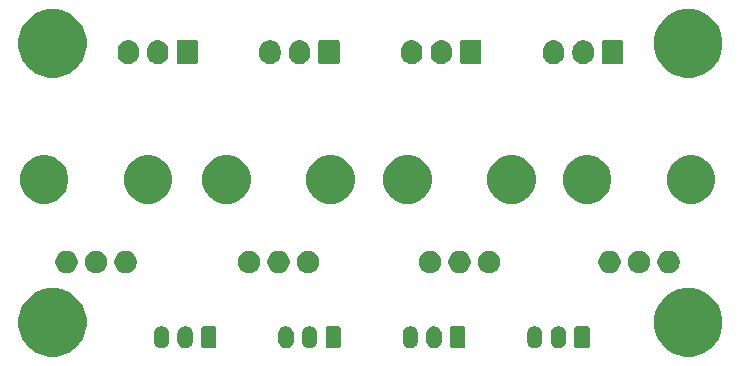
<source format=gbr>
G04 #@! TF.GenerationSoftware,KiCad,Pcbnew,(5.0.1)-rc2*
G04 #@! TF.CreationDate,2019-01-13T21:26:45-05:00*
G04 #@! TF.ProjectId,pot_board,706F745F626F6172642E6B696361645F,rev?*
G04 #@! TF.SameCoordinates,Original*
G04 #@! TF.FileFunction,Soldermask,Top*
G04 #@! TF.FilePolarity,Negative*
%FSLAX46Y46*%
G04 Gerber Fmt 4.6, Leading zero omitted, Abs format (unit mm)*
G04 Created by KiCad (PCBNEW (5.0.1)-rc2) date 1/13/2019 9:26:45 PM*
%MOMM*%
%LPD*%
G01*
G04 APERTURE LIST*
%ADD10C,0.100000*%
G04 APERTURE END LIST*
D10*
G36*
X147099390Y-61497883D02*
X147627338Y-61716566D01*
X148102483Y-62034048D01*
X148506552Y-62438117D01*
X148824034Y-62913262D01*
X149042717Y-63441210D01*
X149154200Y-64001675D01*
X149154200Y-64573125D01*
X149042717Y-65133590D01*
X148824034Y-65661538D01*
X148506552Y-66136683D01*
X148102483Y-66540752D01*
X147627338Y-66858234D01*
X147099390Y-67076917D01*
X146538925Y-67188400D01*
X145967475Y-67188400D01*
X145407010Y-67076917D01*
X144879062Y-66858234D01*
X144403917Y-66540752D01*
X143999848Y-66136683D01*
X143682366Y-65661538D01*
X143463683Y-65133590D01*
X143352200Y-64573125D01*
X143352200Y-64001675D01*
X143463683Y-63441210D01*
X143682366Y-62913262D01*
X143999848Y-62438117D01*
X144403917Y-62034048D01*
X144879062Y-61716566D01*
X145407010Y-61497883D01*
X145967475Y-61386400D01*
X146538925Y-61386400D01*
X147099390Y-61497883D01*
X147099390Y-61497883D01*
G37*
G36*
X93276790Y-61497883D02*
X93804738Y-61716566D01*
X94279883Y-62034048D01*
X94683952Y-62438117D01*
X95001434Y-62913262D01*
X95220117Y-63441210D01*
X95331600Y-64001675D01*
X95331600Y-64573125D01*
X95220117Y-65133590D01*
X95001434Y-65661538D01*
X94683952Y-66136683D01*
X94279883Y-66540752D01*
X93804738Y-66858234D01*
X93276790Y-67076917D01*
X92716325Y-67188400D01*
X92144875Y-67188400D01*
X91584410Y-67076917D01*
X91056462Y-66858234D01*
X90581317Y-66540752D01*
X90177248Y-66136683D01*
X89859766Y-65661538D01*
X89641083Y-65133590D01*
X89529600Y-64573125D01*
X89529600Y-64001675D01*
X89641083Y-63441210D01*
X89859766Y-62913262D01*
X90177248Y-62438117D01*
X90581317Y-62034048D01*
X91056462Y-61716566D01*
X91584410Y-61497883D01*
X92144875Y-61386400D01*
X92716325Y-61386400D01*
X93276790Y-61497883D01*
X93276790Y-61497883D01*
G37*
G36*
X101791618Y-64615420D02*
X101873427Y-64640237D01*
X101914333Y-64652645D01*
X101992600Y-64694480D01*
X102027426Y-64713095D01*
X102126553Y-64794447D01*
X102207905Y-64893574D01*
X102207906Y-64893576D01*
X102268355Y-65006667D01*
X102268355Y-65006668D01*
X102305580Y-65129382D01*
X102315000Y-65225027D01*
X102315000Y-65838973D01*
X102305580Y-65934618D01*
X102280763Y-66016427D01*
X102268355Y-66057333D01*
X102225943Y-66136680D01*
X102207905Y-66170426D01*
X102126553Y-66269553D01*
X102126551Y-66269555D01*
X102091595Y-66298242D01*
X102027425Y-66350905D01*
X101975699Y-66378553D01*
X101914332Y-66411355D01*
X101873426Y-66423763D01*
X101791617Y-66448580D01*
X101664000Y-66461149D01*
X101536382Y-66448580D01*
X101454573Y-66423763D01*
X101413667Y-66411355D01*
X101300576Y-66350906D01*
X101300574Y-66350905D01*
X101201447Y-66269553D01*
X101120095Y-66170425D01*
X101059646Y-66057333D01*
X101059645Y-66057332D01*
X101047237Y-66016426D01*
X101022420Y-65934617D01*
X101013000Y-65838972D01*
X101013000Y-65225027D01*
X101022420Y-65129382D01*
X101059645Y-65006668D01*
X101059645Y-65006667D01*
X101079795Y-64968970D01*
X101120095Y-64893574D01*
X101201448Y-64794447D01*
X101300575Y-64713095D01*
X101335401Y-64694480D01*
X101413668Y-64652645D01*
X101454574Y-64640237D01*
X101536383Y-64615420D01*
X101664000Y-64602851D01*
X101791618Y-64615420D01*
X101791618Y-64615420D01*
G37*
G36*
X133389218Y-64615420D02*
X133471027Y-64640237D01*
X133511933Y-64652645D01*
X133590200Y-64694480D01*
X133625026Y-64713095D01*
X133724153Y-64794447D01*
X133805505Y-64893574D01*
X133805506Y-64893576D01*
X133865955Y-65006667D01*
X133865955Y-65006668D01*
X133903180Y-65129382D01*
X133912600Y-65225027D01*
X133912600Y-65838973D01*
X133903180Y-65934618D01*
X133878363Y-66016427D01*
X133865955Y-66057333D01*
X133823543Y-66136680D01*
X133805505Y-66170426D01*
X133724153Y-66269553D01*
X133724151Y-66269555D01*
X133689195Y-66298242D01*
X133625025Y-66350905D01*
X133573299Y-66378553D01*
X133511932Y-66411355D01*
X133471026Y-66423763D01*
X133389217Y-66448580D01*
X133261600Y-66461149D01*
X133133982Y-66448580D01*
X133052173Y-66423763D01*
X133011267Y-66411355D01*
X132898176Y-66350906D01*
X132898174Y-66350905D01*
X132799047Y-66269553D01*
X132717695Y-66170425D01*
X132657246Y-66057333D01*
X132657245Y-66057332D01*
X132644837Y-66016426D01*
X132620020Y-65934617D01*
X132610600Y-65838972D01*
X132610600Y-65225027D01*
X132620020Y-65129382D01*
X132657245Y-65006668D01*
X132657245Y-65006667D01*
X132677395Y-64968970D01*
X132717695Y-64893574D01*
X132799048Y-64794447D01*
X132898175Y-64713095D01*
X132933001Y-64694480D01*
X133011268Y-64652645D01*
X133052174Y-64640237D01*
X133133983Y-64615420D01*
X133261600Y-64602851D01*
X133389218Y-64615420D01*
X133389218Y-64615420D01*
G37*
G36*
X135389218Y-64615420D02*
X135471027Y-64640237D01*
X135511933Y-64652645D01*
X135590200Y-64694480D01*
X135625026Y-64713095D01*
X135724153Y-64794447D01*
X135805505Y-64893574D01*
X135805506Y-64893576D01*
X135865955Y-65006667D01*
X135865955Y-65006668D01*
X135903180Y-65129382D01*
X135912600Y-65225027D01*
X135912600Y-65838973D01*
X135903180Y-65934618D01*
X135878363Y-66016427D01*
X135865955Y-66057333D01*
X135823543Y-66136680D01*
X135805505Y-66170426D01*
X135724153Y-66269553D01*
X135724151Y-66269555D01*
X135689195Y-66298242D01*
X135625025Y-66350905D01*
X135573299Y-66378553D01*
X135511932Y-66411355D01*
X135471026Y-66423763D01*
X135389217Y-66448580D01*
X135261600Y-66461149D01*
X135133982Y-66448580D01*
X135052173Y-66423763D01*
X135011267Y-66411355D01*
X134898176Y-66350906D01*
X134898174Y-66350905D01*
X134799047Y-66269553D01*
X134717695Y-66170425D01*
X134657246Y-66057333D01*
X134657245Y-66057332D01*
X134644837Y-66016426D01*
X134620020Y-65934617D01*
X134610600Y-65838972D01*
X134610600Y-65225027D01*
X134620020Y-65129382D01*
X134657245Y-65006668D01*
X134657245Y-65006667D01*
X134677395Y-64968970D01*
X134717695Y-64893574D01*
X134799048Y-64794447D01*
X134898175Y-64713095D01*
X134933001Y-64694480D01*
X135011268Y-64652645D01*
X135052174Y-64640237D01*
X135133983Y-64615420D01*
X135261600Y-64602851D01*
X135389218Y-64615420D01*
X135389218Y-64615420D01*
G37*
G36*
X124856684Y-64615420D02*
X124938493Y-64640237D01*
X124979399Y-64652645D01*
X125057666Y-64694480D01*
X125092492Y-64713095D01*
X125191619Y-64794447D01*
X125272971Y-64893574D01*
X125272972Y-64893576D01*
X125333421Y-65006667D01*
X125333421Y-65006668D01*
X125370646Y-65129382D01*
X125380066Y-65225027D01*
X125380066Y-65838973D01*
X125370646Y-65934618D01*
X125345829Y-66016427D01*
X125333421Y-66057333D01*
X125291009Y-66136680D01*
X125272971Y-66170426D01*
X125191619Y-66269553D01*
X125191617Y-66269555D01*
X125156661Y-66298242D01*
X125092491Y-66350905D01*
X125040765Y-66378553D01*
X124979398Y-66411355D01*
X124938492Y-66423763D01*
X124856683Y-66448580D01*
X124729066Y-66461149D01*
X124601448Y-66448580D01*
X124519639Y-66423763D01*
X124478733Y-66411355D01*
X124365642Y-66350906D01*
X124365640Y-66350905D01*
X124266513Y-66269553D01*
X124185161Y-66170425D01*
X124124712Y-66057333D01*
X124124711Y-66057332D01*
X124112303Y-66016426D01*
X124087486Y-65934617D01*
X124078066Y-65838972D01*
X124078066Y-65225027D01*
X124087486Y-65129382D01*
X124124711Y-65006668D01*
X124124711Y-65006667D01*
X124144861Y-64968970D01*
X124185161Y-64893574D01*
X124266514Y-64794447D01*
X124365641Y-64713095D01*
X124400467Y-64694480D01*
X124478734Y-64652645D01*
X124519640Y-64640237D01*
X124601449Y-64615420D01*
X124729066Y-64602851D01*
X124856684Y-64615420D01*
X124856684Y-64615420D01*
G37*
G36*
X122856684Y-64615420D02*
X122938493Y-64640237D01*
X122979399Y-64652645D01*
X123057666Y-64694480D01*
X123092492Y-64713095D01*
X123191619Y-64794447D01*
X123272971Y-64893574D01*
X123272972Y-64893576D01*
X123333421Y-65006667D01*
X123333421Y-65006668D01*
X123370646Y-65129382D01*
X123380066Y-65225027D01*
X123380066Y-65838973D01*
X123370646Y-65934618D01*
X123345829Y-66016427D01*
X123333421Y-66057333D01*
X123291009Y-66136680D01*
X123272971Y-66170426D01*
X123191619Y-66269553D01*
X123191617Y-66269555D01*
X123156661Y-66298242D01*
X123092491Y-66350905D01*
X123040765Y-66378553D01*
X122979398Y-66411355D01*
X122938492Y-66423763D01*
X122856683Y-66448580D01*
X122729066Y-66461149D01*
X122601448Y-66448580D01*
X122519639Y-66423763D01*
X122478733Y-66411355D01*
X122365642Y-66350906D01*
X122365640Y-66350905D01*
X122266513Y-66269553D01*
X122185161Y-66170425D01*
X122124712Y-66057333D01*
X122124711Y-66057332D01*
X122112303Y-66016426D01*
X122087486Y-65934617D01*
X122078066Y-65838972D01*
X122078066Y-65225027D01*
X122087486Y-65129382D01*
X122124711Y-65006668D01*
X122124711Y-65006667D01*
X122144861Y-64968970D01*
X122185161Y-64893574D01*
X122266514Y-64794447D01*
X122365641Y-64713095D01*
X122400467Y-64694480D01*
X122478734Y-64652645D01*
X122519640Y-64640237D01*
X122601449Y-64615420D01*
X122729066Y-64602851D01*
X122856684Y-64615420D01*
X122856684Y-64615420D01*
G37*
G36*
X112324151Y-64615420D02*
X112405960Y-64640237D01*
X112446866Y-64652645D01*
X112525133Y-64694480D01*
X112559959Y-64713095D01*
X112659086Y-64794447D01*
X112740438Y-64893574D01*
X112740439Y-64893576D01*
X112800888Y-65006667D01*
X112800888Y-65006668D01*
X112838113Y-65129382D01*
X112847533Y-65225027D01*
X112847533Y-65838973D01*
X112838113Y-65934618D01*
X112813296Y-66016427D01*
X112800888Y-66057333D01*
X112758476Y-66136680D01*
X112740438Y-66170426D01*
X112659086Y-66269553D01*
X112659084Y-66269555D01*
X112624128Y-66298242D01*
X112559958Y-66350905D01*
X112508232Y-66378553D01*
X112446865Y-66411355D01*
X112405959Y-66423763D01*
X112324150Y-66448580D01*
X112196533Y-66461149D01*
X112068915Y-66448580D01*
X111987106Y-66423763D01*
X111946200Y-66411355D01*
X111833109Y-66350906D01*
X111833107Y-66350905D01*
X111733980Y-66269553D01*
X111652628Y-66170425D01*
X111592179Y-66057333D01*
X111592178Y-66057332D01*
X111579770Y-66016426D01*
X111554953Y-65934617D01*
X111545533Y-65838972D01*
X111545533Y-65225027D01*
X111554953Y-65129382D01*
X111592178Y-65006668D01*
X111592178Y-65006667D01*
X111612328Y-64968970D01*
X111652628Y-64893574D01*
X111733981Y-64794447D01*
X111833108Y-64713095D01*
X111867934Y-64694480D01*
X111946201Y-64652645D01*
X111987107Y-64640237D01*
X112068916Y-64615420D01*
X112196533Y-64602851D01*
X112324151Y-64615420D01*
X112324151Y-64615420D01*
G37*
G36*
X114324151Y-64615420D02*
X114405960Y-64640237D01*
X114446866Y-64652645D01*
X114525133Y-64694480D01*
X114559959Y-64713095D01*
X114659086Y-64794447D01*
X114740438Y-64893574D01*
X114740439Y-64893576D01*
X114800888Y-65006667D01*
X114800888Y-65006668D01*
X114838113Y-65129382D01*
X114847533Y-65225027D01*
X114847533Y-65838973D01*
X114838113Y-65934618D01*
X114813296Y-66016427D01*
X114800888Y-66057333D01*
X114758476Y-66136680D01*
X114740438Y-66170426D01*
X114659086Y-66269553D01*
X114659084Y-66269555D01*
X114624128Y-66298242D01*
X114559958Y-66350905D01*
X114508232Y-66378553D01*
X114446865Y-66411355D01*
X114405959Y-66423763D01*
X114324150Y-66448580D01*
X114196533Y-66461149D01*
X114068915Y-66448580D01*
X113987106Y-66423763D01*
X113946200Y-66411355D01*
X113833109Y-66350906D01*
X113833107Y-66350905D01*
X113733980Y-66269553D01*
X113652628Y-66170425D01*
X113592179Y-66057333D01*
X113592178Y-66057332D01*
X113579770Y-66016426D01*
X113554953Y-65934617D01*
X113545533Y-65838972D01*
X113545533Y-65225027D01*
X113554953Y-65129382D01*
X113592178Y-65006668D01*
X113592178Y-65006667D01*
X113612328Y-64968970D01*
X113652628Y-64893574D01*
X113733981Y-64794447D01*
X113833108Y-64713095D01*
X113867934Y-64694480D01*
X113946201Y-64652645D01*
X113987107Y-64640237D01*
X114068916Y-64615420D01*
X114196533Y-64602851D01*
X114324151Y-64615420D01*
X114324151Y-64615420D01*
G37*
G36*
X103791618Y-64615420D02*
X103873427Y-64640237D01*
X103914333Y-64652645D01*
X103992600Y-64694480D01*
X104027426Y-64713095D01*
X104126553Y-64794447D01*
X104207905Y-64893574D01*
X104207906Y-64893576D01*
X104268355Y-65006667D01*
X104268355Y-65006668D01*
X104305580Y-65129382D01*
X104315000Y-65225027D01*
X104315000Y-65838973D01*
X104305580Y-65934618D01*
X104280763Y-66016427D01*
X104268355Y-66057333D01*
X104225943Y-66136680D01*
X104207905Y-66170426D01*
X104126553Y-66269553D01*
X104126551Y-66269555D01*
X104091595Y-66298242D01*
X104027425Y-66350905D01*
X103975699Y-66378553D01*
X103914332Y-66411355D01*
X103873426Y-66423763D01*
X103791617Y-66448580D01*
X103664000Y-66461149D01*
X103536382Y-66448580D01*
X103454573Y-66423763D01*
X103413667Y-66411355D01*
X103300576Y-66350906D01*
X103300574Y-66350905D01*
X103201447Y-66269553D01*
X103120095Y-66170425D01*
X103059646Y-66057333D01*
X103059645Y-66057332D01*
X103047237Y-66016426D01*
X103022420Y-65934617D01*
X103013000Y-65838972D01*
X103013000Y-65225027D01*
X103022420Y-65129382D01*
X103059645Y-65006668D01*
X103059645Y-65006667D01*
X103079795Y-64968970D01*
X103120095Y-64893574D01*
X103201448Y-64794447D01*
X103300575Y-64713095D01*
X103335401Y-64694480D01*
X103413668Y-64652645D01*
X103454574Y-64640237D01*
X103536383Y-64615420D01*
X103664000Y-64602851D01*
X103791618Y-64615420D01*
X103791618Y-64615420D01*
G37*
G36*
X106155242Y-64610404D02*
X106192339Y-64621657D01*
X106226520Y-64639927D01*
X106256482Y-64664518D01*
X106281073Y-64694480D01*
X106299343Y-64728661D01*
X106310596Y-64765758D01*
X106315000Y-64810473D01*
X106315000Y-66253527D01*
X106310596Y-66298242D01*
X106299343Y-66335339D01*
X106281073Y-66369520D01*
X106256482Y-66399482D01*
X106226520Y-66424073D01*
X106192339Y-66442343D01*
X106155242Y-66453596D01*
X106110527Y-66458000D01*
X105217473Y-66458000D01*
X105172758Y-66453596D01*
X105135661Y-66442343D01*
X105101480Y-66424073D01*
X105071518Y-66399482D01*
X105046927Y-66369520D01*
X105028657Y-66335339D01*
X105017404Y-66298242D01*
X105013000Y-66253527D01*
X105013000Y-64810473D01*
X105017404Y-64765758D01*
X105028657Y-64728661D01*
X105046927Y-64694480D01*
X105071518Y-64664518D01*
X105101480Y-64639927D01*
X105135661Y-64621657D01*
X105172758Y-64610404D01*
X105217473Y-64606000D01*
X106110527Y-64606000D01*
X106155242Y-64610404D01*
X106155242Y-64610404D01*
G37*
G36*
X137752842Y-64610404D02*
X137789939Y-64621657D01*
X137824120Y-64639927D01*
X137854082Y-64664518D01*
X137878673Y-64694480D01*
X137896943Y-64728661D01*
X137908196Y-64765758D01*
X137912600Y-64810473D01*
X137912600Y-66253527D01*
X137908196Y-66298242D01*
X137896943Y-66335339D01*
X137878673Y-66369520D01*
X137854082Y-66399482D01*
X137824120Y-66424073D01*
X137789939Y-66442343D01*
X137752842Y-66453596D01*
X137708127Y-66458000D01*
X136815073Y-66458000D01*
X136770358Y-66453596D01*
X136733261Y-66442343D01*
X136699080Y-66424073D01*
X136669118Y-66399482D01*
X136644527Y-66369520D01*
X136626257Y-66335339D01*
X136615004Y-66298242D01*
X136610600Y-66253527D01*
X136610600Y-64810473D01*
X136615004Y-64765758D01*
X136626257Y-64728661D01*
X136644527Y-64694480D01*
X136669118Y-64664518D01*
X136699080Y-64639927D01*
X136733261Y-64621657D01*
X136770358Y-64610404D01*
X136815073Y-64606000D01*
X137708127Y-64606000D01*
X137752842Y-64610404D01*
X137752842Y-64610404D01*
G37*
G36*
X127220308Y-64610404D02*
X127257405Y-64621657D01*
X127291586Y-64639927D01*
X127321548Y-64664518D01*
X127346139Y-64694480D01*
X127364409Y-64728661D01*
X127375662Y-64765758D01*
X127380066Y-64810473D01*
X127380066Y-66253527D01*
X127375662Y-66298242D01*
X127364409Y-66335339D01*
X127346139Y-66369520D01*
X127321548Y-66399482D01*
X127291586Y-66424073D01*
X127257405Y-66442343D01*
X127220308Y-66453596D01*
X127175593Y-66458000D01*
X126282539Y-66458000D01*
X126237824Y-66453596D01*
X126200727Y-66442343D01*
X126166546Y-66424073D01*
X126136584Y-66399482D01*
X126111993Y-66369520D01*
X126093723Y-66335339D01*
X126082470Y-66298242D01*
X126078066Y-66253527D01*
X126078066Y-64810473D01*
X126082470Y-64765758D01*
X126093723Y-64728661D01*
X126111993Y-64694480D01*
X126136584Y-64664518D01*
X126166546Y-64639927D01*
X126200727Y-64621657D01*
X126237824Y-64610404D01*
X126282539Y-64606000D01*
X127175593Y-64606000D01*
X127220308Y-64610404D01*
X127220308Y-64610404D01*
G37*
G36*
X116687775Y-64610404D02*
X116724872Y-64621657D01*
X116759053Y-64639927D01*
X116789015Y-64664518D01*
X116813606Y-64694480D01*
X116831876Y-64728661D01*
X116843129Y-64765758D01*
X116847533Y-64810473D01*
X116847533Y-66253527D01*
X116843129Y-66298242D01*
X116831876Y-66335339D01*
X116813606Y-66369520D01*
X116789015Y-66399482D01*
X116759053Y-66424073D01*
X116724872Y-66442343D01*
X116687775Y-66453596D01*
X116643060Y-66458000D01*
X115750006Y-66458000D01*
X115705291Y-66453596D01*
X115668194Y-66442343D01*
X115634013Y-66424073D01*
X115604051Y-66399482D01*
X115579460Y-66369520D01*
X115561190Y-66335339D01*
X115549937Y-66298242D01*
X115545533Y-66253527D01*
X115545533Y-64810473D01*
X115549937Y-64765758D01*
X115561190Y-64728661D01*
X115579460Y-64694480D01*
X115604051Y-64664518D01*
X115634013Y-64639927D01*
X115668194Y-64621657D01*
X115705291Y-64610404D01*
X115750006Y-64606000D01*
X116643060Y-64606000D01*
X116687775Y-64610404D01*
X116687775Y-64610404D01*
G37*
G36*
X142366896Y-58267546D02*
X142539966Y-58339234D01*
X142695730Y-58443312D01*
X142828188Y-58575770D01*
X142932266Y-58731534D01*
X143003954Y-58904604D01*
X143040500Y-59088333D01*
X143040500Y-59275667D01*
X143003954Y-59459396D01*
X142932266Y-59632466D01*
X142828188Y-59788230D01*
X142695730Y-59920688D01*
X142539966Y-60024766D01*
X142366896Y-60096454D01*
X142183167Y-60133000D01*
X141995833Y-60133000D01*
X141812104Y-60096454D01*
X141639034Y-60024766D01*
X141483270Y-59920688D01*
X141350812Y-59788230D01*
X141246734Y-59632466D01*
X141175046Y-59459396D01*
X141138500Y-59275667D01*
X141138500Y-59088333D01*
X141175046Y-58904604D01*
X141246734Y-58731534D01*
X141350812Y-58575770D01*
X141483270Y-58443312D01*
X141639034Y-58339234D01*
X141812104Y-58267546D01*
X141995833Y-58231000D01*
X142183167Y-58231000D01*
X142366896Y-58267546D01*
X142366896Y-58267546D01*
G37*
G36*
X144866896Y-58267546D02*
X145039966Y-58339234D01*
X145195730Y-58443312D01*
X145328188Y-58575770D01*
X145432266Y-58731534D01*
X145503954Y-58904604D01*
X145540500Y-59088333D01*
X145540500Y-59275667D01*
X145503954Y-59459396D01*
X145432266Y-59632466D01*
X145328188Y-59788230D01*
X145195730Y-59920688D01*
X145039966Y-60024766D01*
X144866896Y-60096454D01*
X144683167Y-60133000D01*
X144495833Y-60133000D01*
X144312104Y-60096454D01*
X144139034Y-60024766D01*
X143983270Y-59920688D01*
X143850812Y-59788230D01*
X143746734Y-59632466D01*
X143675046Y-59459396D01*
X143638500Y-59275667D01*
X143638500Y-59088333D01*
X143675046Y-58904604D01*
X143746734Y-58731534D01*
X143850812Y-58575770D01*
X143983270Y-58443312D01*
X144139034Y-58339234D01*
X144312104Y-58267546D01*
X144495833Y-58231000D01*
X144683167Y-58231000D01*
X144866896Y-58267546D01*
X144866896Y-58267546D01*
G37*
G36*
X124669228Y-58267546D02*
X124842298Y-58339234D01*
X124998062Y-58443312D01*
X125130520Y-58575770D01*
X125234598Y-58731534D01*
X125306286Y-58904604D01*
X125342832Y-59088333D01*
X125342832Y-59275667D01*
X125306286Y-59459396D01*
X125234598Y-59632466D01*
X125130520Y-59788230D01*
X124998062Y-59920688D01*
X124842298Y-60024766D01*
X124669228Y-60096454D01*
X124485499Y-60133000D01*
X124298165Y-60133000D01*
X124114436Y-60096454D01*
X123941366Y-60024766D01*
X123785602Y-59920688D01*
X123653144Y-59788230D01*
X123549066Y-59632466D01*
X123477378Y-59459396D01*
X123440832Y-59275667D01*
X123440832Y-59088333D01*
X123477378Y-58904604D01*
X123549066Y-58731534D01*
X123653144Y-58575770D01*
X123785602Y-58443312D01*
X123941366Y-58339234D01*
X124114436Y-58267546D01*
X124298165Y-58231000D01*
X124485499Y-58231000D01*
X124669228Y-58267546D01*
X124669228Y-58267546D01*
G37*
G36*
X127169228Y-58267546D02*
X127342298Y-58339234D01*
X127498062Y-58443312D01*
X127630520Y-58575770D01*
X127734598Y-58731534D01*
X127806286Y-58904604D01*
X127842832Y-59088333D01*
X127842832Y-59275667D01*
X127806286Y-59459396D01*
X127734598Y-59632466D01*
X127630520Y-59788230D01*
X127498062Y-59920688D01*
X127342298Y-60024766D01*
X127169228Y-60096454D01*
X126985499Y-60133000D01*
X126798165Y-60133000D01*
X126614436Y-60096454D01*
X126441366Y-60024766D01*
X126285602Y-59920688D01*
X126153144Y-59788230D01*
X126049066Y-59632466D01*
X125977378Y-59459396D01*
X125940832Y-59275667D01*
X125940832Y-59088333D01*
X125977378Y-58904604D01*
X126049066Y-58731534D01*
X126153144Y-58575770D01*
X126285602Y-58443312D01*
X126441366Y-58339234D01*
X126614436Y-58267546D01*
X126798165Y-58231000D01*
X126985499Y-58231000D01*
X127169228Y-58267546D01*
X127169228Y-58267546D01*
G37*
G36*
X129669228Y-58267546D02*
X129842298Y-58339234D01*
X129998062Y-58443312D01*
X130130520Y-58575770D01*
X130234598Y-58731534D01*
X130306286Y-58904604D01*
X130342832Y-59088333D01*
X130342832Y-59275667D01*
X130306286Y-59459396D01*
X130234598Y-59632466D01*
X130130520Y-59788230D01*
X129998062Y-59920688D01*
X129842298Y-60024766D01*
X129669228Y-60096454D01*
X129485499Y-60133000D01*
X129298165Y-60133000D01*
X129114436Y-60096454D01*
X128941366Y-60024766D01*
X128785602Y-59920688D01*
X128653144Y-59788230D01*
X128549066Y-59632466D01*
X128477378Y-59459396D01*
X128440832Y-59275667D01*
X128440832Y-59088333D01*
X128477378Y-58904604D01*
X128549066Y-58731534D01*
X128653144Y-58575770D01*
X128785602Y-58443312D01*
X128941366Y-58339234D01*
X129114436Y-58267546D01*
X129298165Y-58231000D01*
X129485499Y-58231000D01*
X129669228Y-58267546D01*
X129669228Y-58267546D01*
G37*
G36*
X114344562Y-58267546D02*
X114517632Y-58339234D01*
X114673396Y-58443312D01*
X114805854Y-58575770D01*
X114909932Y-58731534D01*
X114981620Y-58904604D01*
X115018166Y-59088333D01*
X115018166Y-59275667D01*
X114981620Y-59459396D01*
X114909932Y-59632466D01*
X114805854Y-59788230D01*
X114673396Y-59920688D01*
X114517632Y-60024766D01*
X114344562Y-60096454D01*
X114160833Y-60133000D01*
X113973499Y-60133000D01*
X113789770Y-60096454D01*
X113616700Y-60024766D01*
X113460936Y-59920688D01*
X113328478Y-59788230D01*
X113224400Y-59632466D01*
X113152712Y-59459396D01*
X113116166Y-59275667D01*
X113116166Y-59088333D01*
X113152712Y-58904604D01*
X113224400Y-58731534D01*
X113328478Y-58575770D01*
X113460936Y-58443312D01*
X113616700Y-58339234D01*
X113789770Y-58267546D01*
X113973499Y-58231000D01*
X114160833Y-58231000D01*
X114344562Y-58267546D01*
X114344562Y-58267546D01*
G37*
G36*
X109344562Y-58267546D02*
X109517632Y-58339234D01*
X109673396Y-58443312D01*
X109805854Y-58575770D01*
X109909932Y-58731534D01*
X109981620Y-58904604D01*
X110018166Y-59088333D01*
X110018166Y-59275667D01*
X109981620Y-59459396D01*
X109909932Y-59632466D01*
X109805854Y-59788230D01*
X109673396Y-59920688D01*
X109517632Y-60024766D01*
X109344562Y-60096454D01*
X109160833Y-60133000D01*
X108973499Y-60133000D01*
X108789770Y-60096454D01*
X108616700Y-60024766D01*
X108460936Y-59920688D01*
X108328478Y-59788230D01*
X108224400Y-59632466D01*
X108152712Y-59459396D01*
X108116166Y-59275667D01*
X108116166Y-59088333D01*
X108152712Y-58904604D01*
X108224400Y-58731534D01*
X108328478Y-58575770D01*
X108460936Y-58443312D01*
X108616700Y-58339234D01*
X108789770Y-58267546D01*
X108973499Y-58231000D01*
X109160833Y-58231000D01*
X109344562Y-58267546D01*
X109344562Y-58267546D01*
G37*
G36*
X98892896Y-58267546D02*
X99065966Y-58339234D01*
X99221730Y-58443312D01*
X99354188Y-58575770D01*
X99458266Y-58731534D01*
X99529954Y-58904604D01*
X99566500Y-59088333D01*
X99566500Y-59275667D01*
X99529954Y-59459396D01*
X99458266Y-59632466D01*
X99354188Y-59788230D01*
X99221730Y-59920688D01*
X99065966Y-60024766D01*
X98892896Y-60096454D01*
X98709167Y-60133000D01*
X98521833Y-60133000D01*
X98338104Y-60096454D01*
X98165034Y-60024766D01*
X98009270Y-59920688D01*
X97876812Y-59788230D01*
X97772734Y-59632466D01*
X97701046Y-59459396D01*
X97664500Y-59275667D01*
X97664500Y-59088333D01*
X97701046Y-58904604D01*
X97772734Y-58731534D01*
X97876812Y-58575770D01*
X98009270Y-58443312D01*
X98165034Y-58339234D01*
X98338104Y-58267546D01*
X98521833Y-58231000D01*
X98709167Y-58231000D01*
X98892896Y-58267546D01*
X98892896Y-58267546D01*
G37*
G36*
X96392896Y-58267546D02*
X96565966Y-58339234D01*
X96721730Y-58443312D01*
X96854188Y-58575770D01*
X96958266Y-58731534D01*
X97029954Y-58904604D01*
X97066500Y-59088333D01*
X97066500Y-59275667D01*
X97029954Y-59459396D01*
X96958266Y-59632466D01*
X96854188Y-59788230D01*
X96721730Y-59920688D01*
X96565966Y-60024766D01*
X96392896Y-60096454D01*
X96209167Y-60133000D01*
X96021833Y-60133000D01*
X95838104Y-60096454D01*
X95665034Y-60024766D01*
X95509270Y-59920688D01*
X95376812Y-59788230D01*
X95272734Y-59632466D01*
X95201046Y-59459396D01*
X95164500Y-59275667D01*
X95164500Y-59088333D01*
X95201046Y-58904604D01*
X95272734Y-58731534D01*
X95376812Y-58575770D01*
X95509270Y-58443312D01*
X95665034Y-58339234D01*
X95838104Y-58267546D01*
X96021833Y-58231000D01*
X96209167Y-58231000D01*
X96392896Y-58267546D01*
X96392896Y-58267546D01*
G37*
G36*
X93892896Y-58267546D02*
X94065966Y-58339234D01*
X94221730Y-58443312D01*
X94354188Y-58575770D01*
X94458266Y-58731534D01*
X94529954Y-58904604D01*
X94566500Y-59088333D01*
X94566500Y-59275667D01*
X94529954Y-59459396D01*
X94458266Y-59632466D01*
X94354188Y-59788230D01*
X94221730Y-59920688D01*
X94065966Y-60024766D01*
X93892896Y-60096454D01*
X93709167Y-60133000D01*
X93521833Y-60133000D01*
X93338104Y-60096454D01*
X93165034Y-60024766D01*
X93009270Y-59920688D01*
X92876812Y-59788230D01*
X92772734Y-59632466D01*
X92701046Y-59459396D01*
X92664500Y-59275667D01*
X92664500Y-59088333D01*
X92701046Y-58904604D01*
X92772734Y-58731534D01*
X92876812Y-58575770D01*
X93009270Y-58443312D01*
X93165034Y-58339234D01*
X93338104Y-58267546D01*
X93521833Y-58231000D01*
X93709167Y-58231000D01*
X93892896Y-58267546D01*
X93892896Y-58267546D01*
G37*
G36*
X139866896Y-58267546D02*
X140039966Y-58339234D01*
X140195730Y-58443312D01*
X140328188Y-58575770D01*
X140432266Y-58731534D01*
X140503954Y-58904604D01*
X140540500Y-59088333D01*
X140540500Y-59275667D01*
X140503954Y-59459396D01*
X140432266Y-59632466D01*
X140328188Y-59788230D01*
X140195730Y-59920688D01*
X140039966Y-60024766D01*
X139866896Y-60096454D01*
X139683167Y-60133000D01*
X139495833Y-60133000D01*
X139312104Y-60096454D01*
X139139034Y-60024766D01*
X138983270Y-59920688D01*
X138850812Y-59788230D01*
X138746734Y-59632466D01*
X138675046Y-59459396D01*
X138638500Y-59275667D01*
X138638500Y-59088333D01*
X138675046Y-58904604D01*
X138746734Y-58731534D01*
X138850812Y-58575770D01*
X138983270Y-58443312D01*
X139139034Y-58339234D01*
X139312104Y-58267546D01*
X139495833Y-58231000D01*
X139683167Y-58231000D01*
X139866896Y-58267546D01*
X139866896Y-58267546D01*
G37*
G36*
X111844562Y-58267546D02*
X112017632Y-58339234D01*
X112173396Y-58443312D01*
X112305854Y-58575770D01*
X112409932Y-58731534D01*
X112481620Y-58904604D01*
X112518166Y-59088333D01*
X112518166Y-59275667D01*
X112481620Y-59459396D01*
X112409932Y-59632466D01*
X112305854Y-59788230D01*
X112173396Y-59920688D01*
X112017632Y-60024766D01*
X111844562Y-60096454D01*
X111660833Y-60133000D01*
X111473499Y-60133000D01*
X111289770Y-60096454D01*
X111116700Y-60024766D01*
X110960936Y-59920688D01*
X110828478Y-59788230D01*
X110724400Y-59632466D01*
X110652712Y-59459396D01*
X110616166Y-59275667D01*
X110616166Y-59088333D01*
X110652712Y-58904604D01*
X110724400Y-58731534D01*
X110828478Y-58575770D01*
X110960936Y-58443312D01*
X111116700Y-58339234D01*
X111289770Y-58267546D01*
X111473499Y-58231000D01*
X111660833Y-58231000D01*
X111844562Y-58267546D01*
X111844562Y-58267546D01*
G37*
G36*
X138287752Y-50209818D02*
X138287754Y-50209819D01*
X138287755Y-50209819D01*
X138661013Y-50364427D01*
X138661014Y-50364428D01*
X138996939Y-50588886D01*
X139282614Y-50874561D01*
X139282616Y-50874564D01*
X139507073Y-51210487D01*
X139661681Y-51583745D01*
X139740500Y-51979994D01*
X139740500Y-52384006D01*
X139661681Y-52780255D01*
X139507073Y-53153513D01*
X139507072Y-53153514D01*
X139282614Y-53489439D01*
X138996939Y-53775114D01*
X138996936Y-53775116D01*
X138661013Y-53999573D01*
X138287755Y-54154181D01*
X138287754Y-54154181D01*
X138287752Y-54154182D01*
X137891507Y-54233000D01*
X137487493Y-54233000D01*
X137091248Y-54154182D01*
X137091246Y-54154181D01*
X137091245Y-54154181D01*
X136717987Y-53999573D01*
X136382064Y-53775116D01*
X136382061Y-53775114D01*
X136096386Y-53489439D01*
X135871928Y-53153514D01*
X135871927Y-53153513D01*
X135717319Y-52780255D01*
X135638500Y-52384006D01*
X135638500Y-51979994D01*
X135717319Y-51583745D01*
X135871927Y-51210487D01*
X136096384Y-50874564D01*
X136096386Y-50874561D01*
X136382061Y-50588886D01*
X136717986Y-50364428D01*
X136717987Y-50364427D01*
X137091245Y-50209819D01*
X137091246Y-50209819D01*
X137091248Y-50209818D01*
X137487493Y-50131000D01*
X137891507Y-50131000D01*
X138287752Y-50209818D01*
X138287752Y-50209818D01*
G37*
G36*
X147087752Y-50209818D02*
X147087754Y-50209819D01*
X147087755Y-50209819D01*
X147461013Y-50364427D01*
X147461014Y-50364428D01*
X147796939Y-50588886D01*
X148082614Y-50874561D01*
X148082616Y-50874564D01*
X148307073Y-51210487D01*
X148461681Y-51583745D01*
X148540500Y-51979994D01*
X148540500Y-52384006D01*
X148461681Y-52780255D01*
X148307073Y-53153513D01*
X148307072Y-53153514D01*
X148082614Y-53489439D01*
X147796939Y-53775114D01*
X147796936Y-53775116D01*
X147461013Y-53999573D01*
X147087755Y-54154181D01*
X147087754Y-54154181D01*
X147087752Y-54154182D01*
X146691507Y-54233000D01*
X146287493Y-54233000D01*
X145891248Y-54154182D01*
X145891246Y-54154181D01*
X145891245Y-54154181D01*
X145517987Y-53999573D01*
X145182064Y-53775116D01*
X145182061Y-53775114D01*
X144896386Y-53489439D01*
X144671928Y-53153514D01*
X144671927Y-53153513D01*
X144517319Y-52780255D01*
X144438500Y-52384006D01*
X144438500Y-51979994D01*
X144517319Y-51583745D01*
X144671927Y-51210487D01*
X144896384Y-50874564D01*
X144896386Y-50874561D01*
X145182061Y-50588886D01*
X145517986Y-50364428D01*
X145517987Y-50364427D01*
X145891245Y-50209819D01*
X145891246Y-50209819D01*
X145891248Y-50209818D01*
X146287493Y-50131000D01*
X146691507Y-50131000D01*
X147087752Y-50209818D01*
X147087752Y-50209818D01*
G37*
G36*
X131890084Y-50209818D02*
X131890086Y-50209819D01*
X131890087Y-50209819D01*
X132263345Y-50364427D01*
X132263346Y-50364428D01*
X132599271Y-50588886D01*
X132884946Y-50874561D01*
X132884948Y-50874564D01*
X133109405Y-51210487D01*
X133264013Y-51583745D01*
X133342832Y-51979994D01*
X133342832Y-52384006D01*
X133264013Y-52780255D01*
X133109405Y-53153513D01*
X133109404Y-53153514D01*
X132884946Y-53489439D01*
X132599271Y-53775114D01*
X132599268Y-53775116D01*
X132263345Y-53999573D01*
X131890087Y-54154181D01*
X131890086Y-54154181D01*
X131890084Y-54154182D01*
X131493839Y-54233000D01*
X131089825Y-54233000D01*
X130693580Y-54154182D01*
X130693578Y-54154181D01*
X130693577Y-54154181D01*
X130320319Y-53999573D01*
X129984396Y-53775116D01*
X129984393Y-53775114D01*
X129698718Y-53489439D01*
X129474260Y-53153514D01*
X129474259Y-53153513D01*
X129319651Y-52780255D01*
X129240832Y-52384006D01*
X129240832Y-51979994D01*
X129319651Y-51583745D01*
X129474259Y-51210487D01*
X129698716Y-50874564D01*
X129698718Y-50874561D01*
X129984393Y-50588886D01*
X130320318Y-50364428D01*
X130320319Y-50364427D01*
X130693577Y-50209819D01*
X130693578Y-50209819D01*
X130693580Y-50209818D01*
X131089825Y-50131000D01*
X131493839Y-50131000D01*
X131890084Y-50209818D01*
X131890084Y-50209818D01*
G37*
G36*
X123090084Y-50209818D02*
X123090086Y-50209819D01*
X123090087Y-50209819D01*
X123463345Y-50364427D01*
X123463346Y-50364428D01*
X123799271Y-50588886D01*
X124084946Y-50874561D01*
X124084948Y-50874564D01*
X124309405Y-51210487D01*
X124464013Y-51583745D01*
X124542832Y-51979994D01*
X124542832Y-52384006D01*
X124464013Y-52780255D01*
X124309405Y-53153513D01*
X124309404Y-53153514D01*
X124084946Y-53489439D01*
X123799271Y-53775114D01*
X123799268Y-53775116D01*
X123463345Y-53999573D01*
X123090087Y-54154181D01*
X123090086Y-54154181D01*
X123090084Y-54154182D01*
X122693839Y-54233000D01*
X122289825Y-54233000D01*
X121893580Y-54154182D01*
X121893578Y-54154181D01*
X121893577Y-54154181D01*
X121520319Y-53999573D01*
X121184396Y-53775116D01*
X121184393Y-53775114D01*
X120898718Y-53489439D01*
X120674260Y-53153514D01*
X120674259Y-53153513D01*
X120519651Y-52780255D01*
X120440832Y-52384006D01*
X120440832Y-51979994D01*
X120519651Y-51583745D01*
X120674259Y-51210487D01*
X120898716Y-50874564D01*
X120898718Y-50874561D01*
X121184393Y-50588886D01*
X121520318Y-50364428D01*
X121520319Y-50364427D01*
X121893577Y-50209819D01*
X121893578Y-50209819D01*
X121893580Y-50209818D01*
X122289825Y-50131000D01*
X122693839Y-50131000D01*
X123090084Y-50209818D01*
X123090084Y-50209818D01*
G37*
G36*
X116565418Y-50209818D02*
X116565420Y-50209819D01*
X116565421Y-50209819D01*
X116938679Y-50364427D01*
X116938680Y-50364428D01*
X117274605Y-50588886D01*
X117560280Y-50874561D01*
X117560282Y-50874564D01*
X117784739Y-51210487D01*
X117939347Y-51583745D01*
X118018166Y-51979994D01*
X118018166Y-52384006D01*
X117939347Y-52780255D01*
X117784739Y-53153513D01*
X117784738Y-53153514D01*
X117560280Y-53489439D01*
X117274605Y-53775114D01*
X117274602Y-53775116D01*
X116938679Y-53999573D01*
X116565421Y-54154181D01*
X116565420Y-54154181D01*
X116565418Y-54154182D01*
X116169173Y-54233000D01*
X115765159Y-54233000D01*
X115368914Y-54154182D01*
X115368912Y-54154181D01*
X115368911Y-54154181D01*
X114995653Y-53999573D01*
X114659730Y-53775116D01*
X114659727Y-53775114D01*
X114374052Y-53489439D01*
X114149594Y-53153514D01*
X114149593Y-53153513D01*
X113994985Y-52780255D01*
X113916166Y-52384006D01*
X113916166Y-51979994D01*
X113994985Y-51583745D01*
X114149593Y-51210487D01*
X114374050Y-50874564D01*
X114374052Y-50874561D01*
X114659727Y-50588886D01*
X114995652Y-50364428D01*
X114995653Y-50364427D01*
X115368911Y-50209819D01*
X115368912Y-50209819D01*
X115368914Y-50209818D01*
X115765159Y-50131000D01*
X116169173Y-50131000D01*
X116565418Y-50209818D01*
X116565418Y-50209818D01*
G37*
G36*
X107765418Y-50209818D02*
X107765420Y-50209819D01*
X107765421Y-50209819D01*
X108138679Y-50364427D01*
X108138680Y-50364428D01*
X108474605Y-50588886D01*
X108760280Y-50874561D01*
X108760282Y-50874564D01*
X108984739Y-51210487D01*
X109139347Y-51583745D01*
X109218166Y-51979994D01*
X109218166Y-52384006D01*
X109139347Y-52780255D01*
X108984739Y-53153513D01*
X108984738Y-53153514D01*
X108760280Y-53489439D01*
X108474605Y-53775114D01*
X108474602Y-53775116D01*
X108138679Y-53999573D01*
X107765421Y-54154181D01*
X107765420Y-54154181D01*
X107765418Y-54154182D01*
X107369173Y-54233000D01*
X106965159Y-54233000D01*
X106568914Y-54154182D01*
X106568912Y-54154181D01*
X106568911Y-54154181D01*
X106195653Y-53999573D01*
X105859730Y-53775116D01*
X105859727Y-53775114D01*
X105574052Y-53489439D01*
X105349594Y-53153514D01*
X105349593Y-53153513D01*
X105194985Y-52780255D01*
X105116166Y-52384006D01*
X105116166Y-51979994D01*
X105194985Y-51583745D01*
X105349593Y-51210487D01*
X105574050Y-50874564D01*
X105574052Y-50874561D01*
X105859727Y-50588886D01*
X106195652Y-50364428D01*
X106195653Y-50364427D01*
X106568911Y-50209819D01*
X106568912Y-50209819D01*
X106568914Y-50209818D01*
X106965159Y-50131000D01*
X107369173Y-50131000D01*
X107765418Y-50209818D01*
X107765418Y-50209818D01*
G37*
G36*
X92313752Y-50209818D02*
X92313754Y-50209819D01*
X92313755Y-50209819D01*
X92687013Y-50364427D01*
X92687014Y-50364428D01*
X93022939Y-50588886D01*
X93308614Y-50874561D01*
X93308616Y-50874564D01*
X93533073Y-51210487D01*
X93687681Y-51583745D01*
X93766500Y-51979994D01*
X93766500Y-52384006D01*
X93687681Y-52780255D01*
X93533073Y-53153513D01*
X93533072Y-53153514D01*
X93308614Y-53489439D01*
X93022939Y-53775114D01*
X93022936Y-53775116D01*
X92687013Y-53999573D01*
X92313755Y-54154181D01*
X92313754Y-54154181D01*
X92313752Y-54154182D01*
X91917507Y-54233000D01*
X91513493Y-54233000D01*
X91117248Y-54154182D01*
X91117246Y-54154181D01*
X91117245Y-54154181D01*
X90743987Y-53999573D01*
X90408064Y-53775116D01*
X90408061Y-53775114D01*
X90122386Y-53489439D01*
X89897928Y-53153514D01*
X89897927Y-53153513D01*
X89743319Y-52780255D01*
X89664500Y-52384006D01*
X89664500Y-51979994D01*
X89743319Y-51583745D01*
X89897927Y-51210487D01*
X90122384Y-50874564D01*
X90122386Y-50874561D01*
X90408061Y-50588886D01*
X90743986Y-50364428D01*
X90743987Y-50364427D01*
X91117245Y-50209819D01*
X91117246Y-50209819D01*
X91117248Y-50209818D01*
X91513493Y-50131000D01*
X91917507Y-50131000D01*
X92313752Y-50209818D01*
X92313752Y-50209818D01*
G37*
G36*
X101113752Y-50209818D02*
X101113754Y-50209819D01*
X101113755Y-50209819D01*
X101487013Y-50364427D01*
X101487014Y-50364428D01*
X101822939Y-50588886D01*
X102108614Y-50874561D01*
X102108616Y-50874564D01*
X102333073Y-51210487D01*
X102487681Y-51583745D01*
X102566500Y-51979994D01*
X102566500Y-52384006D01*
X102487681Y-52780255D01*
X102333073Y-53153513D01*
X102333072Y-53153514D01*
X102108614Y-53489439D01*
X101822939Y-53775114D01*
X101822936Y-53775116D01*
X101487013Y-53999573D01*
X101113755Y-54154181D01*
X101113754Y-54154181D01*
X101113752Y-54154182D01*
X100717507Y-54233000D01*
X100313493Y-54233000D01*
X99917248Y-54154182D01*
X99917246Y-54154181D01*
X99917245Y-54154181D01*
X99543987Y-53999573D01*
X99208064Y-53775116D01*
X99208061Y-53775114D01*
X98922386Y-53489439D01*
X98697928Y-53153514D01*
X98697927Y-53153513D01*
X98543319Y-52780255D01*
X98464500Y-52384006D01*
X98464500Y-51979994D01*
X98543319Y-51583745D01*
X98697927Y-51210487D01*
X98922384Y-50874564D01*
X98922386Y-50874561D01*
X99208061Y-50588886D01*
X99543986Y-50364428D01*
X99543987Y-50364427D01*
X99917245Y-50209819D01*
X99917246Y-50209819D01*
X99917248Y-50209818D01*
X100313493Y-50131000D01*
X100717507Y-50131000D01*
X101113752Y-50209818D01*
X101113752Y-50209818D01*
G37*
G36*
X93276790Y-37875883D02*
X93804738Y-38094566D01*
X94279883Y-38412048D01*
X94683952Y-38816117D01*
X95001434Y-39291262D01*
X95220117Y-39819210D01*
X95331600Y-40379675D01*
X95331600Y-40951125D01*
X95220117Y-41511590D01*
X95001434Y-42039538D01*
X94683952Y-42514683D01*
X94279883Y-42918752D01*
X93804738Y-43236234D01*
X93276790Y-43454917D01*
X92716325Y-43566400D01*
X92144875Y-43566400D01*
X91584410Y-43454917D01*
X91056462Y-43236234D01*
X90581317Y-42918752D01*
X90177248Y-42514683D01*
X89859766Y-42039538D01*
X89641083Y-41511590D01*
X89529600Y-40951125D01*
X89529600Y-40379675D01*
X89641083Y-39819210D01*
X89859766Y-39291262D01*
X90177248Y-38816117D01*
X90581317Y-38412048D01*
X91056462Y-38094566D01*
X91584410Y-37875883D01*
X92144875Y-37764400D01*
X92716325Y-37764400D01*
X93276790Y-37875883D01*
X93276790Y-37875883D01*
G37*
G36*
X147099390Y-37875883D02*
X147627338Y-38094566D01*
X148102483Y-38412048D01*
X148506552Y-38816117D01*
X148824034Y-39291262D01*
X149042717Y-39819210D01*
X149154200Y-40379675D01*
X149154200Y-40951125D01*
X149042717Y-41511590D01*
X148824034Y-42039538D01*
X148506552Y-42514683D01*
X148102483Y-42918752D01*
X147627338Y-43236234D01*
X147099390Y-43454917D01*
X146538925Y-43566400D01*
X145967475Y-43566400D01*
X145407010Y-43454917D01*
X144879062Y-43236234D01*
X144403917Y-42918752D01*
X143999848Y-42514683D01*
X143682366Y-42039538D01*
X143463683Y-41511590D01*
X143352200Y-40951125D01*
X143352200Y-40379675D01*
X143463683Y-39819210D01*
X143682366Y-39291262D01*
X143999848Y-38816117D01*
X144403917Y-38412048D01*
X144879062Y-38094566D01*
X145407010Y-37875883D01*
X145967475Y-37764400D01*
X146538925Y-37764400D01*
X147099390Y-37875883D01*
X147099390Y-37875883D01*
G37*
G36*
X125523293Y-40389037D02*
X125636519Y-40423384D01*
X125693133Y-40440557D01*
X125831753Y-40514652D01*
X125849657Y-40524222D01*
X125885395Y-40553552D01*
X125986852Y-40636814D01*
X126070114Y-40738271D01*
X126099444Y-40774009D01*
X126183109Y-40930534D01*
X126234629Y-41100374D01*
X126247666Y-41232743D01*
X126247666Y-41571258D01*
X126234629Y-41703627D01*
X126200282Y-41816853D01*
X126183109Y-41873467D01*
X126109014Y-42012087D01*
X126099444Y-42029991D01*
X126091608Y-42039539D01*
X125986852Y-42167186D01*
X125849655Y-42279779D01*
X125693132Y-42363443D01*
X125652399Y-42375799D01*
X125523292Y-42414963D01*
X125346666Y-42432359D01*
X125170039Y-42414963D01*
X125040932Y-42375799D01*
X125000199Y-42363443D01*
X124843677Y-42279779D01*
X124843675Y-42279778D01*
X124801415Y-42245096D01*
X124706480Y-42167186D01*
X124593887Y-42029989D01*
X124510223Y-41873466D01*
X124493050Y-41816852D01*
X124458703Y-41703626D01*
X124445666Y-41571257D01*
X124445666Y-41232742D01*
X124458703Y-41100373D01*
X124510223Y-40930534D01*
X124510223Y-40930533D01*
X124593888Y-40774008D01*
X124706478Y-40636817D01*
X124801416Y-40558904D01*
X124843676Y-40524222D01*
X124861580Y-40514652D01*
X125000200Y-40440557D01*
X125056814Y-40423384D01*
X125170040Y-40389037D01*
X125346666Y-40371641D01*
X125523293Y-40389037D01*
X125523293Y-40389037D01*
G37*
G36*
X137529027Y-40389037D02*
X137642253Y-40423384D01*
X137698867Y-40440557D01*
X137837487Y-40514652D01*
X137855391Y-40524222D01*
X137891129Y-40553552D01*
X137992586Y-40636814D01*
X138075848Y-40738271D01*
X138105178Y-40774009D01*
X138188843Y-40930534D01*
X138240363Y-41100374D01*
X138253400Y-41232743D01*
X138253400Y-41571258D01*
X138240363Y-41703627D01*
X138206016Y-41816853D01*
X138188843Y-41873467D01*
X138114748Y-42012087D01*
X138105178Y-42029991D01*
X138097342Y-42039539D01*
X137992586Y-42167186D01*
X137855389Y-42279779D01*
X137698866Y-42363443D01*
X137658133Y-42375799D01*
X137529026Y-42414963D01*
X137352400Y-42432359D01*
X137175773Y-42414963D01*
X137046666Y-42375799D01*
X137005933Y-42363443D01*
X136849411Y-42279779D01*
X136849409Y-42279778D01*
X136807149Y-42245096D01*
X136712214Y-42167186D01*
X136599621Y-42029989D01*
X136515957Y-41873466D01*
X136498784Y-41816852D01*
X136464437Y-41703626D01*
X136451400Y-41571257D01*
X136451400Y-41232742D01*
X136464437Y-41100373D01*
X136515957Y-40930534D01*
X136515957Y-40930533D01*
X136599622Y-40774008D01*
X136712212Y-40636817D01*
X136807150Y-40558904D01*
X136849410Y-40524222D01*
X136867314Y-40514652D01*
X137005934Y-40440557D01*
X137062548Y-40423384D01*
X137175774Y-40389037D01*
X137352400Y-40371641D01*
X137529027Y-40389037D01*
X137529027Y-40389037D01*
G37*
G36*
X99011827Y-40389037D02*
X99125053Y-40423384D01*
X99181667Y-40440557D01*
X99320287Y-40514652D01*
X99338191Y-40524222D01*
X99373929Y-40553552D01*
X99475386Y-40636814D01*
X99558648Y-40738271D01*
X99587978Y-40774009D01*
X99671643Y-40930534D01*
X99723163Y-41100374D01*
X99736200Y-41232743D01*
X99736200Y-41571258D01*
X99723163Y-41703627D01*
X99688816Y-41816853D01*
X99671643Y-41873467D01*
X99597548Y-42012087D01*
X99587978Y-42029991D01*
X99580142Y-42039539D01*
X99475386Y-42167186D01*
X99338189Y-42279779D01*
X99181666Y-42363443D01*
X99140933Y-42375799D01*
X99011826Y-42414963D01*
X98835200Y-42432359D01*
X98658573Y-42414963D01*
X98529466Y-42375799D01*
X98488733Y-42363443D01*
X98332211Y-42279779D01*
X98332209Y-42279778D01*
X98289949Y-42245096D01*
X98195014Y-42167186D01*
X98082421Y-42029989D01*
X97998757Y-41873466D01*
X97981584Y-41816852D01*
X97947237Y-41703626D01*
X97934200Y-41571257D01*
X97934200Y-41232742D01*
X97947237Y-41100373D01*
X97998757Y-40930534D01*
X97998757Y-40930533D01*
X98082422Y-40774008D01*
X98195012Y-40636817D01*
X98289950Y-40558904D01*
X98332210Y-40524222D01*
X98350114Y-40514652D01*
X98488734Y-40440557D01*
X98545348Y-40423384D01*
X98658574Y-40389037D01*
X98835200Y-40371641D01*
X99011827Y-40389037D01*
X99011827Y-40389037D01*
G37*
G36*
X135029027Y-40389037D02*
X135142253Y-40423384D01*
X135198867Y-40440557D01*
X135337487Y-40514652D01*
X135355391Y-40524222D01*
X135391129Y-40553552D01*
X135492586Y-40636814D01*
X135575848Y-40738271D01*
X135605178Y-40774009D01*
X135688843Y-40930534D01*
X135740363Y-41100374D01*
X135753400Y-41232743D01*
X135753400Y-41571258D01*
X135740363Y-41703627D01*
X135706016Y-41816853D01*
X135688843Y-41873467D01*
X135614748Y-42012087D01*
X135605178Y-42029991D01*
X135597342Y-42039539D01*
X135492586Y-42167186D01*
X135355389Y-42279779D01*
X135198866Y-42363443D01*
X135158133Y-42375799D01*
X135029026Y-42414963D01*
X134852400Y-42432359D01*
X134675773Y-42414963D01*
X134546666Y-42375799D01*
X134505933Y-42363443D01*
X134349411Y-42279779D01*
X134349409Y-42279778D01*
X134307149Y-42245096D01*
X134212214Y-42167186D01*
X134099621Y-42029989D01*
X134015957Y-41873466D01*
X133998784Y-41816852D01*
X133964437Y-41703626D01*
X133951400Y-41571257D01*
X133951400Y-41232742D01*
X133964437Y-41100373D01*
X134015957Y-40930534D01*
X134015957Y-40930533D01*
X134099622Y-40774008D01*
X134212212Y-40636817D01*
X134307150Y-40558904D01*
X134349410Y-40524222D01*
X134367314Y-40514652D01*
X134505934Y-40440557D01*
X134562548Y-40423384D01*
X134675774Y-40389037D01*
X134852400Y-40371641D01*
X135029027Y-40389037D01*
X135029027Y-40389037D01*
G37*
G36*
X113517560Y-40389037D02*
X113630786Y-40423384D01*
X113687400Y-40440557D01*
X113826020Y-40514652D01*
X113843924Y-40524222D01*
X113879662Y-40553552D01*
X113981119Y-40636814D01*
X114064381Y-40738271D01*
X114093711Y-40774009D01*
X114177376Y-40930534D01*
X114228896Y-41100374D01*
X114241933Y-41232743D01*
X114241933Y-41571258D01*
X114228896Y-41703627D01*
X114194549Y-41816853D01*
X114177376Y-41873467D01*
X114103281Y-42012087D01*
X114093711Y-42029991D01*
X114085875Y-42039539D01*
X113981119Y-42167186D01*
X113843922Y-42279779D01*
X113687399Y-42363443D01*
X113646666Y-42375799D01*
X113517559Y-42414963D01*
X113340933Y-42432359D01*
X113164306Y-42414963D01*
X113035199Y-42375799D01*
X112994466Y-42363443D01*
X112837944Y-42279779D01*
X112837942Y-42279778D01*
X112795682Y-42245096D01*
X112700747Y-42167186D01*
X112588154Y-42029989D01*
X112504490Y-41873466D01*
X112487317Y-41816852D01*
X112452970Y-41703626D01*
X112439933Y-41571257D01*
X112439933Y-41232742D01*
X112452970Y-41100373D01*
X112504490Y-40930534D01*
X112504490Y-40930533D01*
X112588155Y-40774008D01*
X112700745Y-40636817D01*
X112795683Y-40558904D01*
X112837943Y-40524222D01*
X112855847Y-40514652D01*
X112994467Y-40440557D01*
X113051081Y-40423384D01*
X113164307Y-40389037D01*
X113340933Y-40371641D01*
X113517560Y-40389037D01*
X113517560Y-40389037D01*
G37*
G36*
X111017560Y-40389037D02*
X111130786Y-40423384D01*
X111187400Y-40440557D01*
X111326020Y-40514652D01*
X111343924Y-40524222D01*
X111379662Y-40553552D01*
X111481119Y-40636814D01*
X111564381Y-40738271D01*
X111593711Y-40774009D01*
X111677376Y-40930534D01*
X111728896Y-41100374D01*
X111741933Y-41232743D01*
X111741933Y-41571258D01*
X111728896Y-41703627D01*
X111694549Y-41816853D01*
X111677376Y-41873467D01*
X111603281Y-42012087D01*
X111593711Y-42029991D01*
X111585875Y-42039539D01*
X111481119Y-42167186D01*
X111343922Y-42279779D01*
X111187399Y-42363443D01*
X111146666Y-42375799D01*
X111017559Y-42414963D01*
X110840933Y-42432359D01*
X110664306Y-42414963D01*
X110535199Y-42375799D01*
X110494466Y-42363443D01*
X110337944Y-42279779D01*
X110337942Y-42279778D01*
X110295682Y-42245096D01*
X110200747Y-42167186D01*
X110088154Y-42029989D01*
X110004490Y-41873466D01*
X109987317Y-41816852D01*
X109952970Y-41703626D01*
X109939933Y-41571257D01*
X109939933Y-41232742D01*
X109952970Y-41100373D01*
X110004490Y-40930534D01*
X110004490Y-40930533D01*
X110088155Y-40774008D01*
X110200745Y-40636817D01*
X110295683Y-40558904D01*
X110337943Y-40524222D01*
X110355847Y-40514652D01*
X110494467Y-40440557D01*
X110551081Y-40423384D01*
X110664307Y-40389037D01*
X110840933Y-40371641D01*
X111017560Y-40389037D01*
X111017560Y-40389037D01*
G37*
G36*
X101511827Y-40389037D02*
X101625053Y-40423384D01*
X101681667Y-40440557D01*
X101820287Y-40514652D01*
X101838191Y-40524222D01*
X101873929Y-40553552D01*
X101975386Y-40636814D01*
X102058648Y-40738271D01*
X102087978Y-40774009D01*
X102171643Y-40930534D01*
X102223163Y-41100374D01*
X102236200Y-41232743D01*
X102236200Y-41571258D01*
X102223163Y-41703627D01*
X102188816Y-41816853D01*
X102171643Y-41873467D01*
X102097548Y-42012087D01*
X102087978Y-42029991D01*
X102080142Y-42039539D01*
X101975386Y-42167186D01*
X101838189Y-42279779D01*
X101681666Y-42363443D01*
X101640933Y-42375799D01*
X101511826Y-42414963D01*
X101335200Y-42432359D01*
X101158573Y-42414963D01*
X101029466Y-42375799D01*
X100988733Y-42363443D01*
X100832211Y-42279779D01*
X100832209Y-42279778D01*
X100789949Y-42245096D01*
X100695014Y-42167186D01*
X100582421Y-42029989D01*
X100498757Y-41873466D01*
X100481584Y-41816852D01*
X100447237Y-41703626D01*
X100434200Y-41571257D01*
X100434200Y-41232742D01*
X100447237Y-41100373D01*
X100498757Y-40930534D01*
X100498757Y-40930533D01*
X100582422Y-40774008D01*
X100695012Y-40636817D01*
X100789950Y-40558904D01*
X100832210Y-40524222D01*
X100850114Y-40514652D01*
X100988734Y-40440557D01*
X101045348Y-40423384D01*
X101158574Y-40389037D01*
X101335200Y-40371641D01*
X101511827Y-40389037D01*
X101511827Y-40389037D01*
G37*
G36*
X123023293Y-40389037D02*
X123136519Y-40423384D01*
X123193133Y-40440557D01*
X123331753Y-40514652D01*
X123349657Y-40524222D01*
X123385395Y-40553552D01*
X123486852Y-40636814D01*
X123570114Y-40738271D01*
X123599444Y-40774009D01*
X123683109Y-40930534D01*
X123734629Y-41100374D01*
X123747666Y-41232743D01*
X123747666Y-41571258D01*
X123734629Y-41703627D01*
X123700282Y-41816853D01*
X123683109Y-41873467D01*
X123609014Y-42012087D01*
X123599444Y-42029991D01*
X123591608Y-42039539D01*
X123486852Y-42167186D01*
X123349655Y-42279779D01*
X123193132Y-42363443D01*
X123152399Y-42375799D01*
X123023292Y-42414963D01*
X122846666Y-42432359D01*
X122670039Y-42414963D01*
X122540932Y-42375799D01*
X122500199Y-42363443D01*
X122343677Y-42279779D01*
X122343675Y-42279778D01*
X122301415Y-42245096D01*
X122206480Y-42167186D01*
X122093887Y-42029989D01*
X122010223Y-41873466D01*
X121993050Y-41816852D01*
X121958703Y-41703626D01*
X121945666Y-41571257D01*
X121945666Y-41232742D01*
X121958703Y-41100373D01*
X122010223Y-40930534D01*
X122010223Y-40930533D01*
X122093888Y-40774008D01*
X122206478Y-40636817D01*
X122301416Y-40558904D01*
X122343676Y-40524222D01*
X122361580Y-40514652D01*
X122500200Y-40440557D01*
X122556814Y-40423384D01*
X122670040Y-40389037D01*
X122846666Y-40371641D01*
X123023293Y-40389037D01*
X123023293Y-40389037D01*
G37*
G36*
X104593800Y-40379989D02*
X104626849Y-40390014D01*
X104657306Y-40406294D01*
X104683999Y-40428201D01*
X104705906Y-40454894D01*
X104722186Y-40485351D01*
X104732211Y-40518400D01*
X104736200Y-40558904D01*
X104736200Y-42245096D01*
X104732211Y-42285600D01*
X104722186Y-42318649D01*
X104705906Y-42349106D01*
X104683999Y-42375799D01*
X104657306Y-42397706D01*
X104626849Y-42413986D01*
X104593800Y-42424011D01*
X104553296Y-42428000D01*
X103117104Y-42428000D01*
X103076600Y-42424011D01*
X103043551Y-42413986D01*
X103013094Y-42397706D01*
X102986401Y-42375799D01*
X102964494Y-42349106D01*
X102948214Y-42318649D01*
X102938189Y-42285600D01*
X102934200Y-42245096D01*
X102934200Y-40558904D01*
X102938189Y-40518400D01*
X102948214Y-40485351D01*
X102964494Y-40454894D01*
X102986401Y-40428201D01*
X103013094Y-40406294D01*
X103043551Y-40390014D01*
X103076600Y-40379989D01*
X103117104Y-40376000D01*
X104553296Y-40376000D01*
X104593800Y-40379989D01*
X104593800Y-40379989D01*
G37*
G36*
X116599533Y-40379989D02*
X116632582Y-40390014D01*
X116663039Y-40406294D01*
X116689732Y-40428201D01*
X116711639Y-40454894D01*
X116727919Y-40485351D01*
X116737944Y-40518400D01*
X116741933Y-40558904D01*
X116741933Y-42245096D01*
X116737944Y-42285600D01*
X116727919Y-42318649D01*
X116711639Y-42349106D01*
X116689732Y-42375799D01*
X116663039Y-42397706D01*
X116632582Y-42413986D01*
X116599533Y-42424011D01*
X116559029Y-42428000D01*
X115122837Y-42428000D01*
X115082333Y-42424011D01*
X115049284Y-42413986D01*
X115018827Y-42397706D01*
X114992134Y-42375799D01*
X114970227Y-42349106D01*
X114953947Y-42318649D01*
X114943922Y-42285600D01*
X114939933Y-42245096D01*
X114939933Y-40558904D01*
X114943922Y-40518400D01*
X114953947Y-40485351D01*
X114970227Y-40454894D01*
X114992134Y-40428201D01*
X115018827Y-40406294D01*
X115049284Y-40390014D01*
X115082333Y-40379989D01*
X115122837Y-40376000D01*
X116559029Y-40376000D01*
X116599533Y-40379989D01*
X116599533Y-40379989D01*
G37*
G36*
X128605266Y-40379989D02*
X128638315Y-40390014D01*
X128668772Y-40406294D01*
X128695465Y-40428201D01*
X128717372Y-40454894D01*
X128733652Y-40485351D01*
X128743677Y-40518400D01*
X128747666Y-40558904D01*
X128747666Y-42245096D01*
X128743677Y-42285600D01*
X128733652Y-42318649D01*
X128717372Y-42349106D01*
X128695465Y-42375799D01*
X128668772Y-42397706D01*
X128638315Y-42413986D01*
X128605266Y-42424011D01*
X128564762Y-42428000D01*
X127128570Y-42428000D01*
X127088066Y-42424011D01*
X127055017Y-42413986D01*
X127024560Y-42397706D01*
X126997867Y-42375799D01*
X126975960Y-42349106D01*
X126959680Y-42318649D01*
X126949655Y-42285600D01*
X126945666Y-42245096D01*
X126945666Y-40558904D01*
X126949655Y-40518400D01*
X126959680Y-40485351D01*
X126975960Y-40454894D01*
X126997867Y-40428201D01*
X127024560Y-40406294D01*
X127055017Y-40390014D01*
X127088066Y-40379989D01*
X127128570Y-40376000D01*
X128564762Y-40376000D01*
X128605266Y-40379989D01*
X128605266Y-40379989D01*
G37*
G36*
X140611000Y-40379989D02*
X140644049Y-40390014D01*
X140674506Y-40406294D01*
X140701199Y-40428201D01*
X140723106Y-40454894D01*
X140739386Y-40485351D01*
X140749411Y-40518400D01*
X140753400Y-40558904D01*
X140753400Y-42245096D01*
X140749411Y-42285600D01*
X140739386Y-42318649D01*
X140723106Y-42349106D01*
X140701199Y-42375799D01*
X140674506Y-42397706D01*
X140644049Y-42413986D01*
X140611000Y-42424011D01*
X140570496Y-42428000D01*
X139134304Y-42428000D01*
X139093800Y-42424011D01*
X139060751Y-42413986D01*
X139030294Y-42397706D01*
X139003601Y-42375799D01*
X138981694Y-42349106D01*
X138965414Y-42318649D01*
X138955389Y-42285600D01*
X138951400Y-42245096D01*
X138951400Y-40558904D01*
X138955389Y-40518400D01*
X138965414Y-40485351D01*
X138981694Y-40454894D01*
X139003601Y-40428201D01*
X139030294Y-40406294D01*
X139060751Y-40390014D01*
X139093800Y-40379989D01*
X139134304Y-40376000D01*
X140570496Y-40376000D01*
X140611000Y-40379989D01*
X140611000Y-40379989D01*
G37*
M02*

</source>
